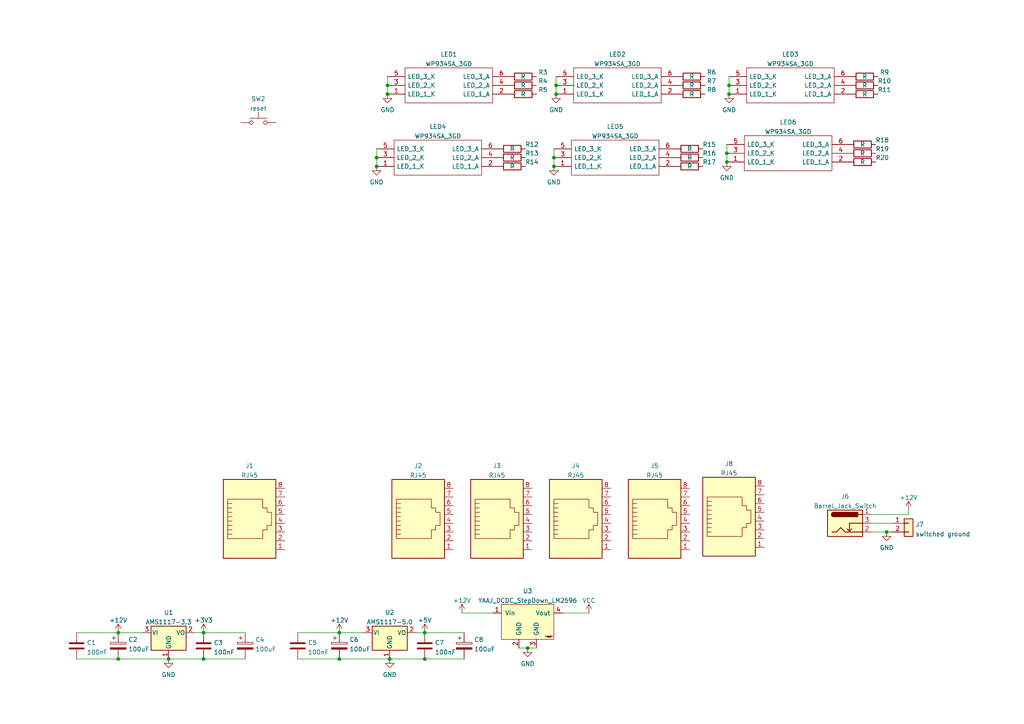
<source format=kicad_sch>
(kicad_sch (version 20211123) (generator eeschema)
  (paper "A4")
  (lib_symbols
    (symbol "Connector:Barrel_Jack_Switch" (pin_names hide)
      (property "Reference" "J" (at 0 5.334 0))
      (property "Value" "Barrel_Jack_Switch" (at 0 -5.08 0))
      (symbol "Barrel_Jack_Switch_0_1"
        (rectangle (start -5.08 3.81) (end 5.08 -3.81) (stroke (width 0.254)) (fill (type background)))
        (arc (start -3.302 3.175) (mid -3.937 2.54) (end -3.302 1.905) (stroke (width 0.254)))
        (arc (start -3.302 3.175) (mid -3.937 2.54) (end -3.302 1.905) (stroke (width 0.254)) (fill (type outline)))
        (polyline (pts (xy 1.27 -2.286) (xy 1.905 -1.651)) (stroke (width 0.254)))
        (polyline (pts (xy 5.08 2.54) (xy 3.81 2.54)) (stroke (width 0.254)))
        (polyline (pts (xy 5.08 0) (xy 1.27 0) (xy 1.27 -2.286) (xy 0.635 -1.651)) (stroke (width 0.254)))
        (polyline (pts (xy -3.81 -2.54) (xy -2.54 -2.54) (xy -1.27 -1.27) (xy 0 -2.54) (xy 2.54 -2.54) (xy 5.08 -2.54)) (stroke (width 0.254)))
        (rectangle (start 3.683 3.175) (end -3.302 1.905) (stroke (width 0.254)) (fill (type outline)))
      )
      (symbol "Barrel_Jack_Switch_1_1"
        (pin passive line (at 7.62 2.54 180) (length 2.54) (name "~") (number "1"))
        (pin passive line (at 7.62 -2.54 180) (length 2.54) (name "~") (number "2"))
        (pin passive line (at 7.62 0 180) (length 2.54) (name "~") (number "3"))
      )
    )
    (symbol "Connector:RJ45" (pin_names (offset 1.016))
      (property "Reference" "J" (at -5.08 13.97 0))
      (property "Value" "RJ45" (at 2.54 13.97 0))
      (symbol "RJ45_0_1"
        (polyline (pts (xy -5.08 4.445) (xy -6.35 4.445)))
        (polyline (pts (xy -5.08 5.715) (xy -6.35 5.715)))
        (polyline (pts (xy -6.35 -3.175) (xy -5.08 -3.175) (xy -5.08 -3.175)))
        (polyline (pts (xy -6.35 -1.905) (xy -5.08 -1.905) (xy -5.08 -1.905)))
        (polyline (pts (xy -6.35 -0.635) (xy -5.08 -0.635) (xy -5.08 -0.635)))
        (polyline (pts (xy -6.35 0.635) (xy -5.08 0.635) (xy -5.08 0.635)))
        (polyline (pts (xy -6.35 1.905) (xy -5.08 1.905) (xy -5.08 1.905)))
        (polyline (pts (xy -5.08 3.175) (xy -6.35 3.175) (xy -6.35 3.175)))
        (polyline (pts (xy -6.35 -4.445) (xy -6.35 6.985) (xy 3.81 6.985) (xy 3.81 4.445) (xy 5.08 4.445) (xy 5.08 3.175) (xy 6.35 3.175) (xy 6.35 -0.635) (xy 5.08 -0.635) (xy 5.08 -1.905) (xy 3.81 -1.905) (xy 3.81 -4.445) (xy -6.35 -4.445) (xy -6.35 -4.445)))
        (rectangle (start 7.62 12.7) (end -7.62 -10.16) (stroke (width 0.254)) (fill (type background)))
      )
      (symbol "RJ45_1_1"
        (pin passive line (at 10.16 -7.62 180) (length 2.54) (name "~") (number "1"))
        (pin passive line (at 10.16 -5.08 180) (length 2.54) (name "~") (number "2"))
        (pin passive line (at 10.16 -2.54 180) (length 2.54) (name "~") (number "3"))
        (pin passive line (at 10.16 0 180) (length 2.54) (name "~") (number "4"))
        (pin passive line (at 10.16 2.54 180) (length 2.54) (name "~") (number "5"))
        (pin passive line (at 10.16 5.08 180) (length 2.54) (name "~") (number "6"))
        (pin passive line (at 10.16 7.62 180) (length 2.54) (name "~") (number "7"))
        (pin passive line (at 10.16 10.16 180) (length 2.54) (name "~") (number "8"))
      )
    )
    (symbol "Connector_Generic:Conn_01x02" (pin_names (offset 1.016) hide)
      (property "Reference" "J" (at 0 2.54 0))
      (property "Value" "Conn_01x02" (at 0 -5.08 0))
      (symbol "Conn_01x02_1_1"
        (rectangle (start -1.27 -2.413) (end 0 -2.667) (stroke (width 0.1524)))
        (rectangle (start -1.27 0.127) (end 0 -0.127) (stroke (width 0.1524)))
        (rectangle (start -1.27 1.27) (end 1.27 -3.81) (stroke (width 0.254)) (fill (type background)))
        (pin passive line (at -5.08 0 0) (length 3.81) (name "Pin_1") (number "1"))
        (pin passive line (at -5.08 -2.54 0) (length 3.81) (name "Pin_2") (number "2"))
      )
    )
    (symbol "Device:C" (pin_numbers hide) (pin_names (offset 0.254))
      (property "Reference" "C" (at 0.635 2.54 0))
      (property "Value" "C" (at 0.635 -2.54 0))
      (symbol "C_0_1"
        (polyline (pts (xy -2.032 -0.762) (xy 2.032 -0.762)) (stroke (width 0.508)))
        (polyline (pts (xy -2.032 0.762) (xy 2.032 0.762)) (stroke (width 0.508)))
      )
      (symbol "C_1_1"
        (pin passive line (at 0 3.81 270) (length 2.794) (name "~") (number "1"))
        (pin passive line (at 0 -3.81 90) (length 2.794) (name "~") (number "2"))
      )
    )
    (symbol "Device:C_Polarized" (pin_numbers hide) (pin_names (offset 0.254))
      (property "Reference" "C" (at 0.635 2.54 0))
      (property "Value" "C_Polarized" (at 0.635 -2.54 0))
      (symbol "C_Polarized_0_1"
        (rectangle (start -2.286 0.508) (end 2.286 1.016))
        (polyline (pts (xy -1.778 2.286) (xy -0.762 2.286)))
        (polyline (pts (xy -1.27 2.794) (xy -1.27 1.778)))
        (rectangle (start 2.286 -0.508) (end -2.286 -1.016) (fill (type outline)))
      )
      (symbol "C_Polarized_1_1"
        (pin passive line (at 0 3.81 270) (length 2.794) (name "~") (number "1"))
        (pin passive line (at 0 -3.81 90) (length 2.794) (name "~") (number "2"))
      )
    )
    (symbol "Device:R" (pin_numbers hide) (pin_names (offset 0))
      (property "Reference" "R" (at 2.032 0 90))
      (property "Value" "R" (at 0 0 90))
      (symbol "R_0_1"
        (rectangle (start -1.016 -2.54) (end 1.016 2.54) (stroke (width 0.254)))
      )
      (symbol "R_1_1"
        (pin passive line (at 0 3.81 270) (length 1.27) (name "~") (number "1"))
        (pin passive line (at 0 -3.81 90) (length 1.27) (name "~") (number "2"))
      )
    )
    (symbol "Evan's misc parts:WP934SA_3GD" (pin_names (offset 0.762))
      (property "Reference" "LED" (at 31.75 7.62 0))
      (property "Value" "WP934SA_3GD" (at 31.75 5.08 0))
      (symbol "WP934SA_3GD_0_0"
        (pin passive line (at 0 -5.08 0) (length 5.08) (name "LED_1_K") (number "1"))
        (pin passive line (at 35.56 -5.08 180) (length 5.08) (name "LED_1_A") (number "2"))
        (pin passive line (at 0 -2.54 0) (length 5.08) (name "LED_2_K") (number "3"))
        (pin passive line (at 35.56 -2.54 180) (length 5.08) (name "LED_2_A") (number "4"))
        (pin passive line (at 0 0 0) (length 5.08) (name "LED_3_K") (number "5"))
        (pin passive line (at 35.56 0 180) (length 5.08) (name "LED_3_A") (number "6"))
      )
      (symbol "WP934SA_3GD_0_1"
        (polyline (pts (xy 5.08 2.54) (xy 30.48 2.54) (xy 30.48 -7.62) (xy 5.08 -7.62) (xy 5.08 2.54)) (stroke (width 0.1524)))
      )
    )
    (symbol "Evan's misc parts:YAAJ_DCDC_StepDown_LM2596" (pin_names (offset 1.016))
      (property "Reference" "U" (at -5.08 6.35 0))
      (property "Value" "YAAJ_DCDC_StepDown_LM2596" (at 0 11.43 0))
      (symbol "YAAJ_DCDC_StepDown_LM2596_0_1"
        (rectangle (start -7.62 5.08) (end 7.62 -5.08) (fill (type background)))
      )
      (symbol "YAAJ_DCDC_StepDown_LM2596_1_1"
        (text "Y@@V" (at 6.1976 -4.2672 0) (effects (font (size 0.508 0.508))))
        (pin power_in line (at -10.16 2.54 0) (length 2.54) (name "Vin") (number "1"))
        (pin power_in line (at -2.54 -7.62 90) (length 2.54) (name "GND") (number "2"))
        (pin power_in line (at 2.54 -7.62 90) (length 2.54) (name "GND") (number "3"))
        (pin power_out line (at 10.16 2.54 180) (length 2.54) (name "Vout") (number "4"))
      )
    )
    (symbol "Regulator_Linear:AMS1117-3.3" (pin_names (offset 0.254))
      (property "Reference" "U" (at -3.81 3.175 0))
      (property "Value" "AMS1117-3.3" (at 0 3.175 0))
      (symbol "AMS1117-3.3_0_1"
        (rectangle (start -5.08 -5.08) (end 5.08 1.905) (stroke (width 0.254)) (fill (type background)))
      )
      (symbol "AMS1117-3.3_1_1"
        (pin power_in line (at 0 -7.62 90) (length 2.54) (name "GND") (number "1"))
        (pin power_out line (at 7.62 0 180) (length 2.54) (name "VO") (number "2"))
        (pin power_in line (at -7.62 0 0) (length 2.54) (name "VI") (number "3"))
      )
    )
    (symbol "Regulator_Linear:AMS1117-5.0" (pin_names (offset 0.254))
      (property "Reference" "U" (at -3.81 3.175 0))
      (property "Value" "AMS1117-5.0" (at 0 3.175 0))
      (symbol "AMS1117-5.0_0_1"
        (rectangle (start -5.08 -5.08) (end 5.08 1.905) (stroke (width 0.254)) (fill (type background)))
      )
      (symbol "AMS1117-5.0_1_1"
        (pin power_in line (at 0 -7.62 90) (length 2.54) (name "GND") (number "1"))
        (pin power_out line (at 7.62 0 180) (length 2.54) (name "VO") (number "2"))
        (pin power_in line (at -7.62 0 0) (length 2.54) (name "VI") (number "3"))
      )
    )
    (symbol "Switch:SW_Push" (pin_numbers hide) (pin_names (offset 1.016) hide)
      (property "Reference" "SW" (at 1.27 2.54 0))
      (property "Value" "SW_Push" (at 0 -1.524 0))
      (symbol "SW_Push_0_1"
        (circle (center -2.032 0) (radius 0.508))
        (polyline (pts (xy 0 1.27) (xy 0 3.048)))
        (polyline (pts (xy 2.54 1.27) (xy -2.54 1.27)))
        (circle (center 2.032 0) (radius 0.508))
        (pin passive line (at -5.08 0 0) (length 2.54) (name "1") (number "1"))
        (pin passive line (at 5.08 0 180) (length 2.54) (name "2") (number "2"))
      )
    )
    (symbol "power:+12V" (power) (pin_names (offset 0))
      (property "Value" "+12V" (at 0 3.556 0))
      (symbol "+12V_0_1"
        (polyline (pts (xy -0.762 1.27) (xy 0 2.54)))
        (polyline (pts (xy 0 0) (xy 0 2.54)))
        (polyline (pts (xy 0 2.54) (xy 0.762 1.27)))
      )
      (symbol "+12V_1_1"
        (pin power_in line (at 0 0 90) (length 0) hide (name "+12V") (number "1"))
      )
    )
    (symbol "power:+3.3V" (power) (pin_names (offset 0))
      (property "Value" "+3.3V" (at 0 3.556 0))
      (symbol "+3.3V_0_1"
        (polyline (pts (xy -0.762 1.27) (xy 0 2.54)))
        (polyline (pts (xy 0 0) (xy 0 2.54)))
        (polyline (pts (xy 0 2.54) (xy 0.762 1.27)))
      )
      (symbol "+3.3V_1_1"
        (pin power_in line (at 0 0 90) (length 0) hide (name "+3V3") (number "1"))
      )
    )
    (symbol "power:+5V" (power) (pin_names (offset 0))
      (property "Value" "+5V" (at 0 3.556 0))
      (symbol "+5V_0_1"
        (polyline (pts (xy -0.762 1.27) (xy 0 2.54)))
        (polyline (pts (xy 0 0) (xy 0 2.54)))
        (polyline (pts (xy 0 2.54) (xy 0.762 1.27)))
      )
      (symbol "+5V_1_1"
        (pin power_in line (at 0 0 90) (length 0) hide (name "+5V") (number "1"))
      )
    )
    (symbol "power:GND" (power) (pin_names (offset 0))
      (property "Value" "GND" (at 0 -3.81 0))
      (symbol "GND_0_1"
        (polyline (pts (xy 0 0) (xy 0 -1.27) (xy 1.27 -1.27) (xy 0 -2.54) (xy -1.27 -1.27) (xy 0 -1.27)))
      )
      (symbol "GND_1_1"
        (pin power_in line (at 0 0 270) (length 0) hide (name "GND") (number "1"))
      )
    )
    (symbol "power:VCC" (power) (pin_names (offset 0))
      (property "Value" "VCC" (at 0 3.81 0))
      (symbol "VCC_0_1"
        (polyline (pts (xy -0.762 1.27) (xy 0 2.54)))
        (polyline (pts (xy 0 0) (xy 0 2.54)))
        (polyline (pts (xy 0 2.54) (xy 0.762 1.27)))
      )
      (symbol "VCC_1_1"
        (pin power_in line (at 0 0 90) (length 0) hide (name "VCC") (number "1"))
      )
    )
  )
  (junction (at 59.055 183.515))
  (junction (at 109.22 48.26))
  (junction (at 153.035 187.96))
  (junction (at 48.895 191.135))
  (junction (at 210.82 44.45))
  (junction (at 112.395 27.305))
  (junction (at 210.82 46.99))
  (junction (at 109.22 45.72))
  (junction (at 34.29 191.135))
  (junction (at 34.29 183.515))
  (junction (at 161.29 27.305))
  (junction (at 123.19 183.515))
  (junction (at 98.425 191.135))
  (junction (at 59.055 191.135))
  (junction (at 211.455 27.305))
  (junction (at 98.425 183.515))
  (junction (at 113.03 191.135))
  (junction (at 211.455 24.765))
  (junction (at 112.395 24.765))
  (junction (at 160.655 48.26))
  (junction (at 257.175 154.305))
  (junction (at 160.655 45.72))
  (junction (at 161.29 24.765))
  (junction (at 123.19 191.135))
  (wire (pts (xy 258.445 154.305) (xy 257.175 154.305)))
  (wire (pts (xy 112.395 24.765) (xy 112.395 27.305)))
  (wire (pts (xy 160.655 45.72) (xy 160.655 48.26)))
  (wire (pts (xy 210.82 44.45) (xy 210.82 46.99)))
  (wire (pts (xy 59.055 183.515) (xy 71.12 183.515)))
  (wire (pts (xy 211.455 22.225) (xy 211.455 24.765)))
  (wire (pts (xy 86.36 191.135) (xy 98.425 191.135)))
  (wire (pts (xy 161.29 22.225) (xy 161.29 24.765)))
  (wire (pts (xy 86.36 183.515) (xy 98.425 183.515)))
  (wire (pts (xy 48.895 191.135) (xy 59.055 191.135)))
  (wire (pts (xy 170.815 177.8) (xy 163.195 177.8)))
  (wire (pts (xy 109.22 43.18) (xy 109.22 45.72)))
  (wire (pts (xy 153.035 187.96) (xy 155.575 187.96)))
  (wire (pts (xy 34.29 183.515) (xy 41.275 183.515)))
  (wire (pts (xy 98.425 183.515) (xy 105.41 183.515)))
  (wire (pts (xy 113.03 191.135) (xy 123.19 191.135)))
  (wire (pts (xy 123.19 191.135) (xy 134.62 191.135)))
  (wire (pts (xy 34.29 191.135) (xy 48.895 191.135)))
  (wire (pts (xy 22.225 183.515) (xy 34.29 183.515)))
  (wire (pts (xy 263.525 147.955) (xy 263.525 149.225)))
  (wire (pts (xy 56.515 183.515) (xy 59.055 183.515)))
  (wire (pts (xy 109.22 45.72) (xy 109.22 48.26)))
  (wire (pts (xy 252.73 149.225) (xy 263.525 149.225)))
  (wire (pts (xy 258.445 151.765) (xy 252.73 151.765)))
  (wire (pts (xy 161.29 24.765) (xy 161.29 27.305)))
  (wire (pts (xy 59.055 191.135) (xy 71.12 191.135)))
  (wire (pts (xy 112.395 22.225) (xy 112.395 24.765)))
  (wire (pts (xy 133.985 177.8) (xy 142.875 177.8)))
  (wire (pts (xy 123.19 183.515) (xy 134.62 183.515)))
  (wire (pts (xy 210.82 41.91) (xy 210.82 44.45)))
  (wire (pts (xy 22.225 191.135) (xy 34.29 191.135)))
  (wire (pts (xy 153.035 187.96) (xy 150.495 187.96)))
  (wire (pts (xy 98.425 191.135) (xy 113.03 191.135)))
  (wire (pts (xy 120.65 183.515) (xy 123.19 183.515)))
  (wire (pts (xy 211.455 24.765) (xy 211.455 27.305)))
  (wire (pts (xy 257.175 154.305) (xy 252.73 154.305)))
  (wire (pts (xy 160.655 43.18) (xy 160.655 45.72)))
  (symbol (lib_id "Connector:RJ45") (at 144.145 151.765 0) (unit 1)
    (property "Reference" "J3" (at 144.145 135.0985 0))
    (property "Value" "RJ45" (at 144.145 137.8736 0))
    (property "Footprint" "Connector_RJ:RJ45_Amphenol_54602-x08_Horizontal" (effects hide))
  )
  (symbol (lib_id "power:GND") (at 112.395 27.305 0) (unit 1)
    (property "Reference" "#PWR02" (effects hide))
    (property "Value" "GND" (at 112.395 31.8675 0))
  )
  (symbol (lib_id "Evan's misc parts:WP934SA_3GD") (at 210.82 41.91 0) (unit 1)
    (property "Reference" "LED6" (at 228.6 35.4543 0))
    (property "Value" "WP934SA_3GD" (at 228.6 38.2294 0))
    (property "Footprint" "Evan's misc parts:WP934SA3ID" (effects hide))
    (property "Datasheet" "https://www.kingbrightusa.com/images/catalog/SPEC/WP934SA-3GD.pdf" (effects hide))
    (property "Description" "Kingbright WP934SA/3GD, Green Right Angle PCB LED Indicator, 3 LEDs 3mm (T-1), PCB Mount" (effects hide))
    (property "Height" "15.49" (effects hide))
    (property "Mouser Part Number" "604-WP934SA3GD" (effects hide))
    (property "Mouser Price/Stock" "https://www.mouser.co.uk/ProductDetail/Kingbright/WP934SA-3GD?qs=58z0TXQGVSQQiZBXtZ%2FRVw%3D%3D" (effects hide))
    (property "Manufacturer_Name" "Kingbright" (effects hide))
    (property "Manufacturer_Part_Number" "WP934SA/3GD" (effects hide))
  )
  (symbol (lib_id "Evan's misc parts:WP934SA_3GD") (at 211.455 22.225 0) (unit 1)
    (property "Reference" "LED3" (at 229.235 15.7693 0))
    (property "Value" "WP934SA_3GD" (at 229.235 18.5444 0))
    (property "Footprint" "Evan's misc parts:WP934SA3ID" (effects hide))
    (property "Datasheet" "https://www.kingbrightusa.com/images/catalog/SPEC/WP934SA-3GD.pdf" (effects hide))
    (property "Description" "Kingbright WP934SA/3GD, Green Right Angle PCB LED Indicator, 3 LEDs 3mm (T-1), PCB Mount" (effects hide))
    (property "Height" "15.49" (effects hide))
    (property "Mouser Part Number" "604-WP934SA3GD" (effects hide))
    (property "Mouser Price/Stock" "https://www.mouser.co.uk/ProductDetail/Kingbright/WP934SA-3GD?qs=58z0TXQGVSQQiZBXtZ%2FRVw%3D%3D" (effects hide))
    (property "Manufacturer_Name" "Kingbright" (effects hide))
    (property "Manufacturer_Part_Number" "WP934SA/3GD" (effects hide))
  )
  (symbol (lib_id "Device:R") (at 148.59 43.18 90) (unit 1)
    (property "Reference" "R12" (at 154.305 41.91 90))
    (property "Value" "R" (at 148.59 43.18 90))
    (property "Footprint" "Resistor_SMD:R_0603_1608Metric" (effects hide))
  )
  (symbol (lib_id "Device:R") (at 148.59 45.72 90) (unit 1)
    (property "Reference" "R13" (at 154.305 44.45 90))
    (property "Value" "R" (at 148.59 45.72 90))
    (property "Footprint" "Resistor_SMD:R_0603_1608Metric" (effects hide))
  )
  (symbol (lib_id "power:GND") (at 153.035 187.96 0) (unit 1)
    (property "Reference" "#PWR017" (effects hide))
    (property "Value" "GND" (at 153.035 192.5225 0))
  )
  (symbol (lib_id "Connector:RJ45") (at 189.865 151.765 0) (unit 1)
    (property "Reference" "J5" (at 189.865 135.0985 0))
    (property "Value" "RJ45" (at 189.865 137.8736 0))
    (property "Footprint" "Connector_RJ:RJ45_Amphenol_54602-x08_Horizontal" (effects hide))
  )
  (symbol (lib_id "Device:R") (at 200.66 24.765 90) (unit 1)
    (property "Reference" "R7" (at 206.375 23.495 90))
    (property "Value" "R" (at 200.66 24.765 90))
    (property "Footprint" "Resistor_SMD:R_0603_1608Metric" (effects hide))
  )
  (symbol (lib_id "power:GND") (at 257.175 154.305 0) (unit 1)
    (property "Reference" "#PWR025" (effects hide))
    (property "Value" "GND" (at 257.175 158.8675 0))
  )
  (symbol (lib_id "Device:R") (at 151.765 24.765 90) (unit 1)
    (property "Reference" "R4" (at 157.48 23.495 90))
    (property "Value" "R" (at 151.765 24.765 90))
    (property "Footprint" "Resistor_SMD:R_0603_1608Metric" (effects hide))
  )
  (symbol (lib_id "power:+3.3V") (at 59.055 183.515 0) (unit 1)
    (property "Reference" "#PWR06" (effects hide))
    (property "Value" "+3.3V" (at 59.055 179.9105 0))
  )
  (symbol (lib_id "Device:R") (at 200.025 45.72 90) (unit 1)
    (property "Reference" "R16" (at 205.74 44.45 90))
    (property "Value" "R" (at 200.025 45.72 90))
    (property "Footprint" "Resistor_SMD:R_0603_1608Metric" (effects hide))
  )
  (symbol (lib_id "Evan's misc parts:WP934SA_3GD") (at 112.395 22.225 0) (unit 1)
    (property "Reference" "LED1" (at 130.175 15.7693 0))
    (property "Value" "WP934SA_3GD" (at 130.175 18.5444 0))
    (property "Footprint" "Evan's misc parts:WP934SA3ID" (effects hide))
    (property "Datasheet" "https://www.kingbrightusa.com/images/catalog/SPEC/WP934SA-3GD.pdf" (effects hide))
    (property "Description" "Kingbright WP934SA/3GD, Green Right Angle PCB LED Indicator, 3 LEDs 3mm (T-1), PCB Mount" (effects hide))
    (property "Height" "15.49" (effects hide))
    (property "Mouser Part Number" "604-WP934SA3GD" (effects hide))
    (property "Mouser Price/Stock" "https://www.mouser.co.uk/ProductDetail/Kingbright/WP934SA-3GD?qs=58z0TXQGVSQQiZBXtZ%2FRVw%3D%3D" (effects hide))
    (property "Manufacturer_Name" "Kingbright" (effects hide))
    (property "Manufacturer_Part_Number" "WP934SA/3GD" (effects hide))
  )
  (symbol (lib_id "power:GND") (at 113.03 191.135 0) (unit 1)
    (property "Reference" "#PWR08" (effects hide))
    (property "Value" "GND" (at 113.03 195.6975 0))
  )
  (symbol (lib_id "power:GND") (at 211.455 27.305 0) (unit 1)
    (property "Reference" "#PWR011" (effects hide))
    (property "Value" "GND" (at 211.455 31.8675 0))
  )
  (symbol (lib_id "power:GND") (at 160.655 48.26 0) (unit 1)
    (property "Reference" "#PWR013" (effects hide))
    (property "Value" "GND" (at 160.655 52.8225 0))
  )
  (symbol (lib_id "Connector:RJ45") (at 72.39 151.765 0) (unit 1)
    (property "Reference" "J1" (at 72.39 135.0985 0))
    (property "Value" "RJ45" (at 72.39 137.8736 0))
    (property "Footprint" "Connector_RJ:RJ45_Amphenol_54602-x08_Horizontal" (effects hide))
  )
  (symbol (lib_id "power:VCC") (at 170.815 177.8 0) (unit 1)
    (property "Reference" "#PWR018" (effects hide))
    (property "Value" "VCC" (at 170.815 174.1955 0))
  )
  (symbol (lib_id "Device:C_Polarized") (at 34.29 187.325 0) (unit 1)
    (property "Reference" "C2" (at 37.211 185.5275 0) (effects (justify left)))
    (property "Value" "100uF" (at 37.211 188.3026 0) (effects (justify left)))
    (property "Footprint" "Capacitor_THT:CP_Radial_D5.0mm_P2.00mm" (effects hide))
  )
  (symbol (lib_id "Device:R") (at 250.825 22.225 90) (unit 1)
    (property "Reference" "R9" (at 256.54 20.955 90))
    (property "Value" "R" (at 250.825 22.225 90))
    (property "Footprint" "Resistor_SMD:R_0603_1608Metric" (effects hide))
  )
  (symbol (lib_id "Device:C_Polarized") (at 98.425 187.325 0) (unit 1)
    (property "Reference" "C6" (at 101.346 185.5275 0) (effects (justify left)))
    (property "Value" "100uF" (at 101.346 188.3026 0) (effects (justify left)))
    (property "Footprint" "Capacitor_THT:CP_Radial_D5.0mm_P2.00mm" (effects hide))
  )
  (symbol (lib_id "Device:R") (at 250.825 27.305 90) (unit 1)
    (property "Reference" "R11" (at 256.54 26.035 90))
    (property "Value" "R" (at 250.825 27.305 90))
    (property "Footprint" "Resistor_SMD:R_0603_1608Metric" (effects hide))
  )
  (symbol (lib_id "power:GND") (at 161.29 27.305 0) (unit 1)
    (property "Reference" "#PWR010" (effects hide))
    (property "Value" "GND" (at 161.29 31.8675 0))
  )
  (symbol (lib_id "Connector:RJ45") (at 167.005 151.765 0) (unit 1)
    (property "Reference" "J4" (at 167.005 135.0985 0))
    (property "Value" "RJ45" (at 167.005 137.8736 0))
    (property "Footprint" "Connector_RJ:RJ45_Amphenol_54602-x08_Horizontal" (effects hide))
  )
  (symbol (lib_id "Device:R") (at 250.19 46.99 90) (unit 1)
    (property "Reference" "R20" (at 255.905 45.72 90))
    (property "Value" "R" (at 250.19 46.99 90))
    (property "Footprint" "Resistor_SMD:R_0603_1608Metric" (effects hide))
  )
  (symbol (lib_id "Device:R") (at 151.765 27.305 90) (unit 1)
    (property "Reference" "R5" (at 157.48 26.035 90))
    (property "Value" "R" (at 151.765 27.305 90))
    (property "Footprint" "Resistor_SMD:R_0603_1608Metric" (effects hide))
  )
  (symbol (lib_id "Evan's misc parts:WP934SA_3GD") (at 109.22 43.18 0) (unit 1)
    (property "Reference" "LED4" (at 127 36.7243 0))
    (property "Value" "WP934SA_3GD" (at 127 39.4994 0))
    (property "Footprint" "Evan's misc parts:WP934SA3ID" (effects hide))
    (property "Datasheet" "https://www.kingbrightusa.com/images/catalog/SPEC/WP934SA-3GD.pdf" (effects hide))
    (property "Description" "Kingbright WP934SA/3GD, Green Right Angle PCB LED Indicator, 3 LEDs 3mm (T-1), PCB Mount" (effects hide))
    (property "Height" "15.49" (effects hide))
    (property "Mouser Part Number" "604-WP934SA3GD" (effects hide))
    (property "Mouser Price/Stock" "https://www.mouser.co.uk/ProductDetail/Kingbright/WP934SA-3GD?qs=58z0TXQGVSQQiZBXtZ%2FRVw%3D%3D" (effects hide))
    (property "Manufacturer_Name" "Kingbright" (effects hide))
    (property "Manufacturer_Part_Number" "WP934SA/3GD" (effects hide))
  )
  (symbol (lib_id "Device:R") (at 200.025 48.26 90) (unit 1)
    (property "Reference" "R17" (at 205.74 46.99 90))
    (property "Value" "R" (at 200.025 48.26 90))
    (property "Footprint" "Resistor_SMD:R_0603_1608Metric" (effects hide))
  )
  (symbol (lib_id "Device:R") (at 250.825 24.765 90) (unit 1)
    (property "Reference" "R10" (at 256.54 23.495 90))
    (property "Value" "R" (at 250.825 24.765 90))
    (property "Footprint" "Resistor_SMD:R_0603_1608Metric" (effects hide))
  )
  (symbol (lib_id "Device:C_Polarized") (at 71.12 187.325 0) (unit 1)
    (property "Reference" "C4" (at 74.041 185.5275 0) (effects (justify left)))
    (property "Value" "100uF" (at 74.041 188.3026 0) (effects (justify left)))
    (property "Footprint" "Capacitor_THT:CP_Radial_D5.0mm_P2.00mm" (effects hide))
  )
  (symbol (lib_id "power:+5V") (at 123.19 183.515 0) (unit 1)
    (property "Reference" "#PWR09" (effects hide))
    (property "Value" "+5V" (at 123.19 179.9105 0))
  )
  (symbol (lib_id "Device:C") (at 22.225 187.325 0) (unit 1)
    (property "Reference" "C1" (at 25.146 186.4165 0) (effects (justify left)))
    (property "Value" "100nF" (at 25.146 189.1916 0) (effects (justify left)))
    (property "Footprint" "Capacitor_SMD:C_0603_1608Metric" (effects hide))
  )
  (symbol (lib_id "Connector:Barrel_Jack_Switch") (at 245.11 151.765 0) (unit 1)
    (property "Reference" "J6" (at 245.11 143.9885 0))
    (property "Value" "Barrel_Jack_Switch" (at 245.11 146.7636 0))
    (property "Footprint" "Connector_BarrelJack:BarrelJack_Wuerth_6941xx301002" (effects hide))
  )
  (symbol (lib_id "power:+12V") (at 34.29 183.515 0) (unit 1)
    (property "Reference" "#PWR03" (effects hide))
    (property "Value" "+12V" (at 34.29 179.9105 0))
  )
  (symbol (lib_id "Connector:RJ45") (at 121.285 151.765 0) (unit 1)
    (property "Reference" "J2" (at 121.285 135.0985 0))
    (property "Value" "RJ45" (at 121.285 137.8736 0))
    (property "Footprint" "Connector_RJ:RJ45_Amphenol_54602-x08_Horizontal" (effects hide))
  )
  (symbol (lib_id "Device:R") (at 200.025 43.18 90) (unit 1)
    (property "Reference" "R15" (at 205.74 41.91 90))
    (property "Value" "R" (at 200.025 43.18 90))
    (property "Footprint" "Resistor_SMD:R_0603_1608Metric" (effects hide))
  )
  (symbol (lib_id "Evan's misc parts:YAAJ_DCDC_StepDown_LM2596") (at 153.035 180.34 0) (unit 1)
    (property "Reference" "U3" (at 153.035 171.4205 0))
    (property "Value" "YAAJ_DCDC_StepDown_LM2596" (at 153.035 174.1956 0))
    (property "Footprint" "Evan's misc parts:YAAJ_DCDC_StepDown_LM2596" (effects hide))
  )
  (symbol (lib_id "power:GND") (at 109.22 48.26 0) (unit 1)
    (property "Reference" "#PWR012" (effects hide))
    (property "Value" "GND" (at 109.22 52.8225 0))
  )
  (symbol (lib_id "Device:R") (at 148.59 48.26 90) (unit 1)
    (property "Reference" "R14" (at 154.305 46.99 90))
    (property "Value" "R" (at 148.59 48.26 90))
    (property "Footprint" "Resistor_SMD:R_0603_1608Metric" (effects hide))
  )
  (symbol (lib_id "Evan's misc parts:WP934SA_3GD") (at 161.29 22.225 0) (unit 1)
    (property "Reference" "LED2" (at 179.07 15.7693 0))
    (property "Value" "WP934SA_3GD" (at 179.07 18.5444 0))
    (property "Footprint" "Evan's misc parts:WP934SA3ID" (effects hide))
    (property "Datasheet" "https://www.kingbrightusa.com/images/catalog/SPEC/WP934SA-3GD.pdf" (effects hide))
    (property "Description" "Kingbright WP934SA/3GD, Green Right Angle PCB LED Indicator, 3 LEDs 3mm (T-1), PCB Mount" (effects hide))
    (property "Height" "15.49" (effects hide))
    (property "Mouser Part Number" "604-WP934SA3GD" (effects hide))
    (property "Mouser Price/Stock" "https://www.mouser.co.uk/ProductDetail/Kingbright/WP934SA-3GD?qs=58z0TXQGVSQQiZBXtZ%2FRVw%3D%3D" (effects hide))
    (property "Manufacturer_Name" "Kingbright" (effects hide))
    (property "Manufacturer_Part_Number" "WP934SA/3GD" (effects hide))
  )
  (symbol (lib_id "Device:R") (at 250.19 44.45 90) (unit 1)
    (property "Reference" "R19" (at 255.905 43.18 90))
    (property "Value" "R" (at 250.19 44.45 90))
    (property "Footprint" "Resistor_SMD:R_0603_1608Metric" (effects hide))
  )
  (symbol (lib_id "Regulator_Linear:AMS1117-5.0") (at 113.03 183.515 0) (unit 1)
    (property "Reference" "U2" (at 113.03 177.6435 0))
    (property "Value" "AMS1117-5.0" (at 113.03 180.4186 0))
    (property "Footprint" "Package_TO_SOT_SMD:SOT-223-3_TabPin2" (effects hide))
    (property "Datasheet" "http://www.advanced-monolithic.com/pdf/ds1117.pdf" (effects hide))
  )
  (symbol (lib_id "Device:C_Polarized") (at 134.62 187.325 0) (unit 1)
    (property "Reference" "C8" (at 137.541 185.5275 0) (effects (justify left)))
    (property "Value" "100uF" (at 137.541 188.3026 0) (effects (justify left)))
    (property "Footprint" "Capacitor_THT:CP_Radial_D5.0mm_P2.00mm" (effects hide))
  )
  (symbol (lib_id "Device:R") (at 200.66 27.305 90) (unit 1)
    (property "Reference" "R8" (at 206.375 26.035 90))
    (property "Value" "R" (at 200.66 27.305 90))
    (property "Footprint" "Resistor_SMD:R_0603_1608Metric" (effects hide))
  )
  (symbol (lib_id "Switch:SW_Push") (at 74.93 35.56 0) (unit 1)
    (property "Reference" "SW2" (at 74.93 28.6725 0))
    (property "Value" "reset" (at 74.93 31.4476 0))
    (property "Footprint" "Button_Switch_THT:SW_Tactile_SPST_Angled_PTS645Vx58-2LFS" (effects hide))
  )
  (symbol (lib_id "Device:R") (at 200.66 22.225 90) (unit 1)
    (property "Reference" "R6" (at 206.375 20.955 90))
    (property "Value" "R" (at 200.66 22.225 90))
    (property "Footprint" "Resistor_SMD:R_0603_1608Metric" (effects hide))
  )
  (symbol (lib_id "Device:R") (at 151.765 22.225 90) (unit 1)
    (property "Reference" "R3" (at 157.48 20.955 90))
    (property "Value" "R" (at 151.765 22.225 90))
    (property "Footprint" "Resistor_SMD:R_0603_1608Metric" (effects hide))
  )
  (symbol (lib_id "power:+12V") (at 133.985 177.8 0) (unit 1)
    (property "Reference" "#PWR016" (effects hide))
    (property "Value" "+12V" (at 133.985 174.1955 0))
  )
  (symbol (lib_id "Device:C") (at 86.36 187.325 0) (unit 1)
    (property "Reference" "C5" (at 89.281 186.4165 0) (effects (justify left)))
    (property "Value" "100nF" (at 89.281 189.1916 0) (effects (justify left)))
    (property "Footprint" "Capacitor_SMD:C_0603_1608Metric" (effects hide))
  )
  (symbol (lib_id "Connector_Generic:Conn_01x02") (at 263.525 151.765 0) (unit 1)
    (property "Reference" "J7" (at 265.557 152.1265 0) (effects (justify left)))
    (property "Value" "switched ground" (at 265.557 154.9016 0) (effects (justify left)))
    (property "Footprint" "Connector_PinHeader_2.54mm:PinHeader_1x02_P2.54mm_Vertical" (effects hide))
  )
  (symbol (lib_id "power:+12V") (at 263.525 147.955 0) (unit 1)
    (property "Reference" "#PWR028" (effects hide))
    (property "Value" "+12V" (at 263.525 144.3505 0))
  )
  (symbol (lib_id "Connector:RJ45") (at 211.455 151.13 0) (unit 1)
    (property "Reference" "J8" (at 211.455 134.4635 0))
    (property "Value" "RJ45" (at 211.455 137.2386 0))
    (property "Footprint" "Connector_RJ:RJ45_Amphenol_54602-x08_Horizontal" (effects hide))
  )
  (symbol (lib_id "Device:R") (at 250.19 41.91 90) (unit 1)
    (property "Reference" "R18" (at 255.905 40.64 90))
    (property "Value" "R" (at 250.19 41.91 90))
    (property "Footprint" "Resistor_SMD:R_0603_1608Metric" (effects hide))
  )
  (symbol (lib_id "power:GND") (at 48.895 191.135 0) (unit 1)
    (property "Reference" "#PWR05" (effects hide))
    (property "Value" "GND" (at 48.895 195.6975 0))
  )
  (symbol (lib_id "power:GND") (at 210.82 46.99 0) (unit 1)
    (property "Reference" "#PWR014" (effects hide))
    (property "Value" "GND" (at 210.82 51.5525 0))
  )
  (symbol (lib_id "Device:C") (at 123.19 187.325 0) (unit 1)
    (property "Reference" "C7" (at 126.111 186.4165 0) (effects (justify left)))
    (property "Value" "100nF" (at 126.111 189.1916 0) (effects (justify left)))
    (property "Footprint" "Capacitor_SMD:C_0603_1608Metric" (effects hide))
  )
  (symbol (lib_id "Device:C") (at 59.055 187.325 0) (unit 1)
    (property "Reference" "C3" (at 61.976 186.4165 0) (effects (justify left)))
    (property "Value" "100nF" (at 61.976 189.1916 0) (effects (justify left)))
    (property "Footprint" "Capacitor_SMD:C_0603_1608Metric" (effects hide))
  )
  (symbol (lib_id "Regulator_Linear:AMS1117-3.3") (at 48.895 183.515 0) (unit 1)
    (property "Reference" "U1" (at 48.895 177.6435 0))
    (property "Value" "AMS1117-3.3" (at 48.895 180.4186 0))
    (property "Footprint" "Package_TO_SOT_SMD:SOT-223-3_TabPin2" (effects hide))
    (property "Datasheet" "http://www.advanced-monolithic.com/pdf/ds1117.pdf" (effects hide))
  )
  (symbol (lib_id "power:+12V") (at 98.425 183.515 0) (unit 1)
    (property "Reference" "#PWR07" (effects hide))
    (property "Value" "+12V" (at 98.425 179.9105 0))
  )
  (symbol (lib_id "Evan's misc parts:WP934SA_3GD") (at 160.655 43.18 0) (unit 1)
    (property "Reference" "LED5" (at 178.435 36.7243 0))
    (property "Value" "WP934SA_3GD" (at 178.435 39.4994 0))
    (property "Footprint" "Evan's misc parts:WP934SA3ID" (effects hide))
    (property "Datasheet" "https://www.kingbrightusa.com/images/catalog/SPEC/WP934SA-3GD.pdf" (effects hide))
    (property "Description" "Kingbright WP934SA/3GD, Green Right Angle PCB LED Indicator, 3 LEDs 3mm (T-1), PCB Mount" (effects hide))
    (property "Height" "15.49" (effects hide))
    (property "Mouser Part Number" "604-WP934SA3GD" (effects hide))
    (property "Mouser Price/Stock" "https://www.mouser.co.uk/ProductDetail/Kingbright/WP934SA-3GD?qs=58z0TXQGVSQQiZBXtZ%2FRVw%3D%3D" (effects hide))
    (property "Manufacturer_Name" "Kingbright" (effects hide))
    (property "Manufacturer_Part_Number" "WP934SA/3GD" (effects hide))
  )
)
</source>
